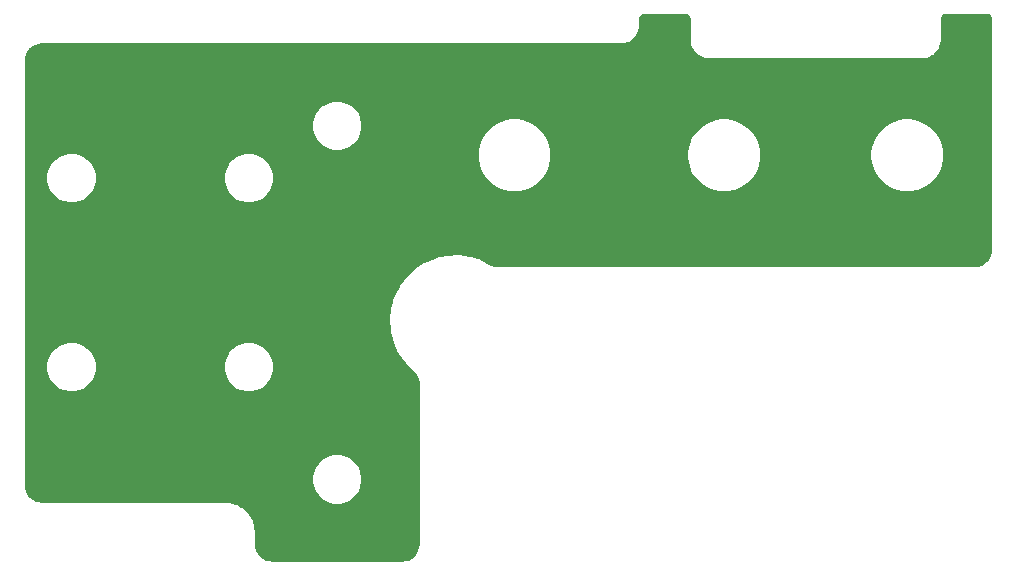
<source format=gtl>
G04 #@! TF.GenerationSoftware,KiCad,Pcbnew,5.1.9+dfsg1-1+deb11u1*
G04 #@! TF.CreationDate,2023-07-28T22:25:36+09:00*
G04 #@! TF.ProjectId,y-carrier-rf,792d6361-7272-4696-9572-2d72662e6b69,rev?*
G04 #@! TF.SameCoordinates,Original*
G04 #@! TF.FileFunction,Copper,L1,Top*
G04 #@! TF.FilePolarity,Positive*
%FSLAX46Y46*%
G04 Gerber Fmt 4.6, Leading zero omitted, Abs format (unit mm)*
G04 Created by KiCad (PCBNEW 5.1.9+dfsg1-1+deb11u1) date 2023-07-28 22:25:36*
%MOMM*%
%LPD*%
G01*
G04 APERTURE LIST*
G04 #@! TA.AperFunction,NonConductor*
%ADD10C,0.254000*%
G04 #@! TD*
G04 #@! TA.AperFunction,NonConductor*
%ADD11C,0.100000*%
G04 #@! TD*
G04 APERTURE END LIST*
D10*
X170015424Y-81219580D02*
X170078356Y-81238580D01*
X170136405Y-81269445D01*
X170187343Y-81310989D01*
X170229248Y-81361644D01*
X170260515Y-81419471D01*
X170279956Y-81482272D01*
X170290000Y-81577836D01*
X170290001Y-83332419D01*
X170292783Y-83360664D01*
X170292740Y-83366801D01*
X170293640Y-83375972D01*
X170314041Y-83570069D01*
X170326068Y-83628658D01*
X170337277Y-83687423D01*
X170339941Y-83696245D01*
X170397653Y-83882683D01*
X170420838Y-83937838D01*
X170443242Y-83993291D01*
X170447568Y-84001427D01*
X170540393Y-84173104D01*
X170573846Y-84222699D01*
X170606600Y-84272753D01*
X170612424Y-84279894D01*
X170736828Y-84430272D01*
X170779263Y-84472411D01*
X170821126Y-84515161D01*
X170828227Y-84521034D01*
X170979469Y-84644384D01*
X171029277Y-84677477D01*
X171078651Y-84711284D01*
X171086757Y-84715667D01*
X171259080Y-84807292D01*
X171314392Y-84830090D01*
X171369366Y-84853652D01*
X171378169Y-84856377D01*
X171565006Y-84912786D01*
X171623686Y-84924405D01*
X171682196Y-84936842D01*
X171691361Y-84937805D01*
X171885594Y-84956850D01*
X171885598Y-84956850D01*
X171917581Y-84960000D01*
X190082419Y-84960000D01*
X190110674Y-84957217D01*
X190116801Y-84957260D01*
X190125972Y-84956360D01*
X190320069Y-84935959D01*
X190378658Y-84923932D01*
X190437423Y-84912723D01*
X190446245Y-84910059D01*
X190632683Y-84852347D01*
X190687838Y-84829162D01*
X190743291Y-84806758D01*
X190751427Y-84802432D01*
X190923104Y-84709607D01*
X190972699Y-84676154D01*
X191022753Y-84643400D01*
X191029894Y-84637576D01*
X191180272Y-84513172D01*
X191222411Y-84470737D01*
X191265161Y-84428874D01*
X191271034Y-84421773D01*
X191394384Y-84270531D01*
X191427477Y-84220723D01*
X191461284Y-84171349D01*
X191465667Y-84163243D01*
X191557292Y-83990920D01*
X191580090Y-83935608D01*
X191603652Y-83880634D01*
X191606377Y-83871831D01*
X191662786Y-83684994D01*
X191674405Y-83626314D01*
X191686842Y-83567804D01*
X191687805Y-83558639D01*
X191706850Y-83364406D01*
X191706850Y-83364402D01*
X191710000Y-83332419D01*
X191710000Y-81582279D01*
X191719580Y-81484576D01*
X191738580Y-81421644D01*
X191769445Y-81363595D01*
X191810989Y-81312657D01*
X191861644Y-81270752D01*
X191919471Y-81239485D01*
X191982272Y-81220044D01*
X192077835Y-81210000D01*
X195467721Y-81210000D01*
X195565424Y-81219580D01*
X195628356Y-81238580D01*
X195686405Y-81269445D01*
X195737343Y-81310989D01*
X195779248Y-81361644D01*
X195810515Y-81419471D01*
X195829956Y-81482272D01*
X195840000Y-81577835D01*
X195840001Y-101017711D01*
X195811375Y-101309660D01*
X195735965Y-101559429D01*
X195613477Y-101789794D01*
X195448579Y-101991979D01*
X195247546Y-102158288D01*
X195018046Y-102282378D01*
X194768805Y-102359531D01*
X194478911Y-102390000D01*
X154137879Y-102390000D01*
X153845940Y-102361375D01*
X153588951Y-102283785D01*
X153371999Y-102174663D01*
X153371938Y-102174639D01*
X152770809Y-101866975D01*
X152757971Y-101861787D01*
X152745955Y-101854904D01*
X152675211Y-101827173D01*
X151830281Y-101550925D01*
X151810047Y-101546252D01*
X151790487Y-101539285D01*
X151715950Y-101524520D01*
X150835454Y-101402263D01*
X150814717Y-101401247D01*
X150794228Y-101397853D01*
X150718255Y-101396520D01*
X150718254Y-101396520D01*
X149830025Y-101432117D01*
X149809431Y-101434790D01*
X149788669Y-101435078D01*
X149713660Y-101447220D01*
X148845772Y-101639547D01*
X148825976Y-101645825D01*
X148805594Y-101649785D01*
X148733921Y-101675018D01*
X147913807Y-102017995D01*
X147895441Y-102027676D01*
X147876077Y-102035185D01*
X147810005Y-102072712D01*
X147063589Y-102555498D01*
X147047226Y-102568280D01*
X147029500Y-102579098D01*
X146971117Y-102627732D01*
X146321992Y-103235067D01*
X146308152Y-103250544D01*
X146292621Y-103264330D01*
X146243774Y-103322534D01*
X145712457Y-104035220D01*
X145701577Y-104052901D01*
X145688731Y-104069223D01*
X145650963Y-104135157D01*
X145254249Y-104930668D01*
X145246673Y-104949996D01*
X145236920Y-104968334D01*
X145211425Y-105039914D01*
X144961854Y-105893106D01*
X144957820Y-105913470D01*
X144951469Y-105933245D01*
X144939052Y-106008209D01*
X144844512Y-106892110D01*
X144844148Y-106912875D01*
X144841400Y-106933455D01*
X144842454Y-107009433D01*
X144905934Y-107896107D01*
X144909252Y-107916602D01*
X144910192Y-107937350D01*
X144924684Y-108011940D01*
X145144177Y-108873358D01*
X145151074Y-108892948D01*
X145155672Y-108913194D01*
X145183144Y-108984039D01*
X145551712Y-109792975D01*
X145561967Y-109811031D01*
X145570079Y-109830146D01*
X145609662Y-109895007D01*
X146115655Y-110625890D01*
X146128943Y-110641842D01*
X146140315Y-110659223D01*
X146190758Y-110716049D01*
X146816161Y-111343748D01*
X147041920Y-111574327D01*
X147184763Y-111792657D01*
X147282478Y-112034573D01*
X147334606Y-112307971D01*
X147340000Y-112426865D01*
X147340001Y-125967711D01*
X147311375Y-126259660D01*
X147235965Y-126509429D01*
X147113477Y-126739794D01*
X146948579Y-126941979D01*
X146747546Y-127108288D01*
X146518046Y-127232378D01*
X146268805Y-127309531D01*
X145978911Y-127340000D01*
X135032279Y-127340000D01*
X134740340Y-127311375D01*
X134490571Y-127235965D01*
X134260206Y-127113477D01*
X134058021Y-126948579D01*
X133891712Y-126747546D01*
X133767622Y-126518046D01*
X133690469Y-126268805D01*
X133660000Y-125978911D01*
X133660000Y-124967581D01*
X133657148Y-124938627D01*
X133657235Y-124926219D01*
X133656335Y-124917047D01*
X133615534Y-124528855D01*
X133603514Y-124470299D01*
X133592298Y-124411498D01*
X133589634Y-124402677D01*
X133474210Y-124029802D01*
X133451025Y-123974647D01*
X133428621Y-123919194D01*
X133424294Y-123911058D01*
X133424294Y-123911057D01*
X133424291Y-123911053D01*
X133238643Y-123567702D01*
X133205187Y-123518101D01*
X133172437Y-123468054D01*
X133166613Y-123460913D01*
X132917806Y-123160158D01*
X132875371Y-123118019D01*
X132833508Y-123075269D01*
X132826407Y-123069396D01*
X132523923Y-122822695D01*
X132474107Y-122789598D01*
X132424741Y-122755795D01*
X132416635Y-122751413D01*
X132071993Y-122568163D01*
X132016687Y-122545368D01*
X131961704Y-122521802D01*
X131952901Y-122519077D01*
X131579230Y-122406259D01*
X131520542Y-122394639D01*
X131462039Y-122382203D01*
X131452874Y-122381240D01*
X131064405Y-122343150D01*
X131064402Y-122343150D01*
X131032419Y-122340000D01*
X115532279Y-122340000D01*
X115240340Y-122311375D01*
X114990571Y-122235965D01*
X114760206Y-122113477D01*
X114558021Y-121948579D01*
X114391712Y-121747546D01*
X114267622Y-121518046D01*
X114190469Y-121268805D01*
X114160000Y-120978911D01*
X114160000Y-120286323D01*
X138330497Y-120286323D01*
X138330497Y-120713677D01*
X138413870Y-121132821D01*
X138577412Y-121527645D01*
X138814837Y-121882977D01*
X139117023Y-122185163D01*
X139472355Y-122422588D01*
X139867179Y-122586130D01*
X140286323Y-122669503D01*
X140713677Y-122669503D01*
X141132821Y-122586130D01*
X141527645Y-122422588D01*
X141882977Y-122185163D01*
X142185163Y-121882977D01*
X142422588Y-121527645D01*
X142586130Y-121132821D01*
X142669503Y-120713677D01*
X142669503Y-120286323D01*
X142586130Y-119867179D01*
X142422588Y-119472355D01*
X142185163Y-119117023D01*
X141882977Y-118814837D01*
X141527645Y-118577412D01*
X141132821Y-118413870D01*
X140713677Y-118330497D01*
X140286323Y-118330497D01*
X139867179Y-118413870D01*
X139472355Y-118577412D01*
X139117023Y-118814837D01*
X138814837Y-119117023D01*
X138577412Y-119472355D01*
X138413870Y-119867179D01*
X138330497Y-120286323D01*
X114160000Y-120286323D01*
X114160000Y-110786323D01*
X115830497Y-110786323D01*
X115830497Y-111213677D01*
X115913870Y-111632821D01*
X116077412Y-112027645D01*
X116314837Y-112382977D01*
X116617023Y-112685163D01*
X116972355Y-112922588D01*
X117367179Y-113086130D01*
X117786323Y-113169503D01*
X118213677Y-113169503D01*
X118632821Y-113086130D01*
X119027645Y-112922588D01*
X119382977Y-112685163D01*
X119685163Y-112382977D01*
X119922588Y-112027645D01*
X120086130Y-111632821D01*
X120169503Y-111213677D01*
X120169503Y-110786323D01*
X130830497Y-110786323D01*
X130830497Y-111213677D01*
X130913870Y-111632821D01*
X131077412Y-112027645D01*
X131314837Y-112382977D01*
X131617023Y-112685163D01*
X131972355Y-112922588D01*
X132367179Y-113086130D01*
X132786323Y-113169503D01*
X133213677Y-113169503D01*
X133632821Y-113086130D01*
X134027645Y-112922588D01*
X134382977Y-112685163D01*
X134685163Y-112382977D01*
X134922588Y-112027645D01*
X135086130Y-111632821D01*
X135169503Y-111213677D01*
X135169503Y-110786323D01*
X135086130Y-110367179D01*
X134922588Y-109972355D01*
X134685163Y-109617023D01*
X134382977Y-109314837D01*
X134027645Y-109077412D01*
X133632821Y-108913870D01*
X133213677Y-108830497D01*
X132786323Y-108830497D01*
X132367179Y-108913870D01*
X131972355Y-109077412D01*
X131617023Y-109314837D01*
X131314837Y-109617023D01*
X131077412Y-109972355D01*
X130913870Y-110367179D01*
X130830497Y-110786323D01*
X120169503Y-110786323D01*
X120086130Y-110367179D01*
X119922588Y-109972355D01*
X119685163Y-109617023D01*
X119382977Y-109314837D01*
X119027645Y-109077412D01*
X118632821Y-108913870D01*
X118213677Y-108830497D01*
X117786323Y-108830497D01*
X117367179Y-108913870D01*
X116972355Y-109077412D01*
X116617023Y-109314837D01*
X116314837Y-109617023D01*
X116077412Y-109972355D01*
X115913870Y-110367179D01*
X115830497Y-110786323D01*
X114160000Y-110786323D01*
X114160000Y-94786323D01*
X115830497Y-94786323D01*
X115830497Y-95213677D01*
X115913870Y-95632821D01*
X116077412Y-96027645D01*
X116314837Y-96382977D01*
X116617023Y-96685163D01*
X116972355Y-96922588D01*
X117367179Y-97086130D01*
X117786323Y-97169503D01*
X118213677Y-97169503D01*
X118632821Y-97086130D01*
X119027645Y-96922588D01*
X119382977Y-96685163D01*
X119685163Y-96382977D01*
X119922588Y-96027645D01*
X120086130Y-95632821D01*
X120169503Y-95213677D01*
X120169503Y-94786323D01*
X130830497Y-94786323D01*
X130830497Y-95213677D01*
X130913870Y-95632821D01*
X131077412Y-96027645D01*
X131314837Y-96382977D01*
X131617023Y-96685163D01*
X131972355Y-96922588D01*
X132367179Y-97086130D01*
X132786323Y-97169503D01*
X133213677Y-97169503D01*
X133632821Y-97086130D01*
X134027645Y-96922588D01*
X134382977Y-96685163D01*
X134685163Y-96382977D01*
X134922588Y-96027645D01*
X135086130Y-95632821D01*
X135169503Y-95213677D01*
X135169503Y-94786323D01*
X135086130Y-94367179D01*
X134922588Y-93972355D01*
X134685163Y-93617023D01*
X134382977Y-93314837D01*
X134027645Y-93077412D01*
X133632821Y-92913870D01*
X133213677Y-92830497D01*
X132786323Y-92830497D01*
X132367179Y-92913870D01*
X131972355Y-93077412D01*
X131617023Y-93314837D01*
X131314837Y-93617023D01*
X131077412Y-93972355D01*
X130913870Y-94367179D01*
X130830497Y-94786323D01*
X120169503Y-94786323D01*
X120086130Y-94367179D01*
X119922588Y-93972355D01*
X119685163Y-93617023D01*
X119382977Y-93314837D01*
X119027645Y-93077412D01*
X118632821Y-92913870D01*
X118213677Y-92830497D01*
X117786323Y-92830497D01*
X117367179Y-92913870D01*
X116972355Y-93077412D01*
X116617023Y-93314837D01*
X116314837Y-93617023D01*
X116077412Y-93972355D01*
X115913870Y-94367179D01*
X115830497Y-94786323D01*
X114160000Y-94786323D01*
X114160000Y-92738305D01*
X152335313Y-92738305D01*
X152335313Y-93361695D01*
X152456930Y-93973105D01*
X152695490Y-94549042D01*
X153041827Y-95067371D01*
X153482629Y-95508173D01*
X154000958Y-95854510D01*
X154576895Y-96093070D01*
X155188305Y-96214687D01*
X155811695Y-96214687D01*
X156423105Y-96093070D01*
X156999042Y-95854510D01*
X157517371Y-95508173D01*
X157958173Y-95067371D01*
X158304510Y-94549042D01*
X158543070Y-93973105D01*
X158664687Y-93361695D01*
X158664687Y-92738305D01*
X170085313Y-92738305D01*
X170085313Y-93361695D01*
X170206930Y-93973105D01*
X170445490Y-94549042D01*
X170791827Y-95067371D01*
X171232629Y-95508173D01*
X171750958Y-95854510D01*
X172326895Y-96093070D01*
X172938305Y-96214687D01*
X173561695Y-96214687D01*
X174173105Y-96093070D01*
X174749042Y-95854510D01*
X175267371Y-95508173D01*
X175708173Y-95067371D01*
X176054510Y-94549042D01*
X176293070Y-93973105D01*
X176414687Y-93361695D01*
X176414687Y-92738305D01*
X185585313Y-92738305D01*
X185585313Y-93361695D01*
X185706930Y-93973105D01*
X185945490Y-94549042D01*
X186291827Y-95067371D01*
X186732629Y-95508173D01*
X187250958Y-95854510D01*
X187826895Y-96093070D01*
X188438305Y-96214687D01*
X189061695Y-96214687D01*
X189673105Y-96093070D01*
X190249042Y-95854510D01*
X190767371Y-95508173D01*
X191208173Y-95067371D01*
X191554510Y-94549042D01*
X191793070Y-93973105D01*
X191914687Y-93361695D01*
X191914687Y-92738305D01*
X191793070Y-92126895D01*
X191554510Y-91550958D01*
X191208173Y-91032629D01*
X190767371Y-90591827D01*
X190249042Y-90245490D01*
X189673105Y-90006930D01*
X189061695Y-89885313D01*
X188438305Y-89885313D01*
X187826895Y-90006930D01*
X187250958Y-90245490D01*
X186732629Y-90591827D01*
X186291827Y-91032629D01*
X185945490Y-91550958D01*
X185706930Y-92126895D01*
X185585313Y-92738305D01*
X176414687Y-92738305D01*
X176293070Y-92126895D01*
X176054510Y-91550958D01*
X175708173Y-91032629D01*
X175267371Y-90591827D01*
X174749042Y-90245490D01*
X174173105Y-90006930D01*
X173561695Y-89885313D01*
X172938305Y-89885313D01*
X172326895Y-90006930D01*
X171750958Y-90245490D01*
X171232629Y-90591827D01*
X170791827Y-91032629D01*
X170445490Y-91550958D01*
X170206930Y-92126895D01*
X170085313Y-92738305D01*
X158664687Y-92738305D01*
X158543070Y-92126895D01*
X158304510Y-91550958D01*
X157958173Y-91032629D01*
X157517371Y-90591827D01*
X156999042Y-90245490D01*
X156423105Y-90006930D01*
X155811695Y-89885313D01*
X155188305Y-89885313D01*
X154576895Y-90006930D01*
X154000958Y-90245490D01*
X153482629Y-90591827D01*
X153041827Y-91032629D01*
X152695490Y-91550958D01*
X152456930Y-92126895D01*
X152335313Y-92738305D01*
X114160000Y-92738305D01*
X114160000Y-90336323D01*
X138330497Y-90336323D01*
X138330497Y-90763677D01*
X138413870Y-91182821D01*
X138577412Y-91577645D01*
X138814837Y-91932977D01*
X139117023Y-92235163D01*
X139472355Y-92472588D01*
X139867179Y-92636130D01*
X140286323Y-92719503D01*
X140713677Y-92719503D01*
X141132821Y-92636130D01*
X141527645Y-92472588D01*
X141882977Y-92235163D01*
X142185163Y-91932977D01*
X142422588Y-91577645D01*
X142586130Y-91182821D01*
X142669503Y-90763677D01*
X142669503Y-90336323D01*
X142586130Y-89917179D01*
X142422588Y-89522355D01*
X142185163Y-89167023D01*
X141882977Y-88864837D01*
X141527645Y-88627412D01*
X141132821Y-88463870D01*
X140713677Y-88380497D01*
X140286323Y-88380497D01*
X139867179Y-88463870D01*
X139472355Y-88627412D01*
X139117023Y-88864837D01*
X138814837Y-89167023D01*
X138577412Y-89522355D01*
X138413870Y-89917179D01*
X138330497Y-90336323D01*
X114160000Y-90336323D01*
X114160000Y-85082279D01*
X114188625Y-84790341D01*
X114264035Y-84540571D01*
X114386522Y-84310208D01*
X114551422Y-84108020D01*
X114752450Y-83941714D01*
X114981954Y-83817622D01*
X115231195Y-83740469D01*
X115521088Y-83710000D01*
X164532419Y-83710000D01*
X164560674Y-83707217D01*
X164566801Y-83707260D01*
X164575972Y-83706360D01*
X164770069Y-83685959D01*
X164828658Y-83673932D01*
X164887423Y-83662723D01*
X164896245Y-83660059D01*
X165082683Y-83602347D01*
X165137838Y-83579162D01*
X165193291Y-83556758D01*
X165201427Y-83552432D01*
X165373104Y-83459607D01*
X165422699Y-83426154D01*
X165472753Y-83393400D01*
X165479894Y-83387576D01*
X165630272Y-83263172D01*
X165672411Y-83220737D01*
X165715161Y-83178874D01*
X165721034Y-83171773D01*
X165844384Y-83020531D01*
X165877477Y-82970723D01*
X165911284Y-82921349D01*
X165915667Y-82913243D01*
X166007292Y-82740920D01*
X166030090Y-82685608D01*
X166053652Y-82630634D01*
X166056377Y-82621831D01*
X166112786Y-82434994D01*
X166124405Y-82376314D01*
X166136842Y-82317804D01*
X166137805Y-82308639D01*
X166156850Y-82114406D01*
X166156850Y-82114402D01*
X166160000Y-82082419D01*
X166160000Y-81582279D01*
X166169580Y-81484576D01*
X166188580Y-81421644D01*
X166219445Y-81363595D01*
X166260989Y-81312657D01*
X166311644Y-81270752D01*
X166369471Y-81239485D01*
X166432272Y-81220044D01*
X166527835Y-81210000D01*
X169917721Y-81210000D01*
X170015424Y-81219580D01*
G04 #@! TA.AperFunction,NonConductor*
D11*
G36*
X170015424Y-81219580D02*
G01*
X170078356Y-81238580D01*
X170136405Y-81269445D01*
X170187343Y-81310989D01*
X170229248Y-81361644D01*
X170260515Y-81419471D01*
X170279956Y-81482272D01*
X170290000Y-81577836D01*
X170290001Y-83332419D01*
X170292783Y-83360664D01*
X170292740Y-83366801D01*
X170293640Y-83375972D01*
X170314041Y-83570069D01*
X170326068Y-83628658D01*
X170337277Y-83687423D01*
X170339941Y-83696245D01*
X170397653Y-83882683D01*
X170420838Y-83937838D01*
X170443242Y-83993291D01*
X170447568Y-84001427D01*
X170540393Y-84173104D01*
X170573846Y-84222699D01*
X170606600Y-84272753D01*
X170612424Y-84279894D01*
X170736828Y-84430272D01*
X170779263Y-84472411D01*
X170821126Y-84515161D01*
X170828227Y-84521034D01*
X170979469Y-84644384D01*
X171029277Y-84677477D01*
X171078651Y-84711284D01*
X171086757Y-84715667D01*
X171259080Y-84807292D01*
X171314392Y-84830090D01*
X171369366Y-84853652D01*
X171378169Y-84856377D01*
X171565006Y-84912786D01*
X171623686Y-84924405D01*
X171682196Y-84936842D01*
X171691361Y-84937805D01*
X171885594Y-84956850D01*
X171885598Y-84956850D01*
X171917581Y-84960000D01*
X190082419Y-84960000D01*
X190110674Y-84957217D01*
X190116801Y-84957260D01*
X190125972Y-84956360D01*
X190320069Y-84935959D01*
X190378658Y-84923932D01*
X190437423Y-84912723D01*
X190446245Y-84910059D01*
X190632683Y-84852347D01*
X190687838Y-84829162D01*
X190743291Y-84806758D01*
X190751427Y-84802432D01*
X190923104Y-84709607D01*
X190972699Y-84676154D01*
X191022753Y-84643400D01*
X191029894Y-84637576D01*
X191180272Y-84513172D01*
X191222411Y-84470737D01*
X191265161Y-84428874D01*
X191271034Y-84421773D01*
X191394384Y-84270531D01*
X191427477Y-84220723D01*
X191461284Y-84171349D01*
X191465667Y-84163243D01*
X191557292Y-83990920D01*
X191580090Y-83935608D01*
X191603652Y-83880634D01*
X191606377Y-83871831D01*
X191662786Y-83684994D01*
X191674405Y-83626314D01*
X191686842Y-83567804D01*
X191687805Y-83558639D01*
X191706850Y-83364406D01*
X191706850Y-83364402D01*
X191710000Y-83332419D01*
X191710000Y-81582279D01*
X191719580Y-81484576D01*
X191738580Y-81421644D01*
X191769445Y-81363595D01*
X191810989Y-81312657D01*
X191861644Y-81270752D01*
X191919471Y-81239485D01*
X191982272Y-81220044D01*
X192077835Y-81210000D01*
X195467721Y-81210000D01*
X195565424Y-81219580D01*
X195628356Y-81238580D01*
X195686405Y-81269445D01*
X195737343Y-81310989D01*
X195779248Y-81361644D01*
X195810515Y-81419471D01*
X195829956Y-81482272D01*
X195840000Y-81577835D01*
X195840001Y-101017711D01*
X195811375Y-101309660D01*
X195735965Y-101559429D01*
X195613477Y-101789794D01*
X195448579Y-101991979D01*
X195247546Y-102158288D01*
X195018046Y-102282378D01*
X194768805Y-102359531D01*
X194478911Y-102390000D01*
X154137879Y-102390000D01*
X153845940Y-102361375D01*
X153588951Y-102283785D01*
X153371999Y-102174663D01*
X153371938Y-102174639D01*
X152770809Y-101866975D01*
X152757971Y-101861787D01*
X152745955Y-101854904D01*
X152675211Y-101827173D01*
X151830281Y-101550925D01*
X151810047Y-101546252D01*
X151790487Y-101539285D01*
X151715950Y-101524520D01*
X150835454Y-101402263D01*
X150814717Y-101401247D01*
X150794228Y-101397853D01*
X150718255Y-101396520D01*
X150718254Y-101396520D01*
X149830025Y-101432117D01*
X149809431Y-101434790D01*
X149788669Y-101435078D01*
X149713660Y-101447220D01*
X148845772Y-101639547D01*
X148825976Y-101645825D01*
X148805594Y-101649785D01*
X148733921Y-101675018D01*
X147913807Y-102017995D01*
X147895441Y-102027676D01*
X147876077Y-102035185D01*
X147810005Y-102072712D01*
X147063589Y-102555498D01*
X147047226Y-102568280D01*
X147029500Y-102579098D01*
X146971117Y-102627732D01*
X146321992Y-103235067D01*
X146308152Y-103250544D01*
X146292621Y-103264330D01*
X146243774Y-103322534D01*
X145712457Y-104035220D01*
X145701577Y-104052901D01*
X145688731Y-104069223D01*
X145650963Y-104135157D01*
X145254249Y-104930668D01*
X145246673Y-104949996D01*
X145236920Y-104968334D01*
X145211425Y-105039914D01*
X144961854Y-105893106D01*
X144957820Y-105913470D01*
X144951469Y-105933245D01*
X144939052Y-106008209D01*
X144844512Y-106892110D01*
X144844148Y-106912875D01*
X144841400Y-106933455D01*
X144842454Y-107009433D01*
X144905934Y-107896107D01*
X144909252Y-107916602D01*
X144910192Y-107937350D01*
X144924684Y-108011940D01*
X145144177Y-108873358D01*
X145151074Y-108892948D01*
X145155672Y-108913194D01*
X145183144Y-108984039D01*
X145551712Y-109792975D01*
X145561967Y-109811031D01*
X145570079Y-109830146D01*
X145609662Y-109895007D01*
X146115655Y-110625890D01*
X146128943Y-110641842D01*
X146140315Y-110659223D01*
X146190758Y-110716049D01*
X146816161Y-111343748D01*
X147041920Y-111574327D01*
X147184763Y-111792657D01*
X147282478Y-112034573D01*
X147334606Y-112307971D01*
X147340000Y-112426865D01*
X147340001Y-125967711D01*
X147311375Y-126259660D01*
X147235965Y-126509429D01*
X147113477Y-126739794D01*
X146948579Y-126941979D01*
X146747546Y-127108288D01*
X146518046Y-127232378D01*
X146268805Y-127309531D01*
X145978911Y-127340000D01*
X135032279Y-127340000D01*
X134740340Y-127311375D01*
X134490571Y-127235965D01*
X134260206Y-127113477D01*
X134058021Y-126948579D01*
X133891712Y-126747546D01*
X133767622Y-126518046D01*
X133690469Y-126268805D01*
X133660000Y-125978911D01*
X133660000Y-124967581D01*
X133657148Y-124938627D01*
X133657235Y-124926219D01*
X133656335Y-124917047D01*
X133615534Y-124528855D01*
X133603514Y-124470299D01*
X133592298Y-124411498D01*
X133589634Y-124402677D01*
X133474210Y-124029802D01*
X133451025Y-123974647D01*
X133428621Y-123919194D01*
X133424294Y-123911058D01*
X133424294Y-123911057D01*
X133424291Y-123911053D01*
X133238643Y-123567702D01*
X133205187Y-123518101D01*
X133172437Y-123468054D01*
X133166613Y-123460913D01*
X132917806Y-123160158D01*
X132875371Y-123118019D01*
X132833508Y-123075269D01*
X132826407Y-123069396D01*
X132523923Y-122822695D01*
X132474107Y-122789598D01*
X132424741Y-122755795D01*
X132416635Y-122751413D01*
X132071993Y-122568163D01*
X132016687Y-122545368D01*
X131961704Y-122521802D01*
X131952901Y-122519077D01*
X131579230Y-122406259D01*
X131520542Y-122394639D01*
X131462039Y-122382203D01*
X131452874Y-122381240D01*
X131064405Y-122343150D01*
X131064402Y-122343150D01*
X131032419Y-122340000D01*
X115532279Y-122340000D01*
X115240340Y-122311375D01*
X114990571Y-122235965D01*
X114760206Y-122113477D01*
X114558021Y-121948579D01*
X114391712Y-121747546D01*
X114267622Y-121518046D01*
X114190469Y-121268805D01*
X114160000Y-120978911D01*
X114160000Y-120286323D01*
X138330497Y-120286323D01*
X138330497Y-120713677D01*
X138413870Y-121132821D01*
X138577412Y-121527645D01*
X138814837Y-121882977D01*
X139117023Y-122185163D01*
X139472355Y-122422588D01*
X139867179Y-122586130D01*
X140286323Y-122669503D01*
X140713677Y-122669503D01*
X141132821Y-122586130D01*
X141527645Y-122422588D01*
X141882977Y-122185163D01*
X142185163Y-121882977D01*
X142422588Y-121527645D01*
X142586130Y-121132821D01*
X142669503Y-120713677D01*
X142669503Y-120286323D01*
X142586130Y-119867179D01*
X142422588Y-119472355D01*
X142185163Y-119117023D01*
X141882977Y-118814837D01*
X141527645Y-118577412D01*
X141132821Y-118413870D01*
X140713677Y-118330497D01*
X140286323Y-118330497D01*
X139867179Y-118413870D01*
X139472355Y-118577412D01*
X139117023Y-118814837D01*
X138814837Y-119117023D01*
X138577412Y-119472355D01*
X138413870Y-119867179D01*
X138330497Y-120286323D01*
X114160000Y-120286323D01*
X114160000Y-110786323D01*
X115830497Y-110786323D01*
X115830497Y-111213677D01*
X115913870Y-111632821D01*
X116077412Y-112027645D01*
X116314837Y-112382977D01*
X116617023Y-112685163D01*
X116972355Y-112922588D01*
X117367179Y-113086130D01*
X117786323Y-113169503D01*
X118213677Y-113169503D01*
X118632821Y-113086130D01*
X119027645Y-112922588D01*
X119382977Y-112685163D01*
X119685163Y-112382977D01*
X119922588Y-112027645D01*
X120086130Y-111632821D01*
X120169503Y-111213677D01*
X120169503Y-110786323D01*
X130830497Y-110786323D01*
X130830497Y-111213677D01*
X130913870Y-111632821D01*
X131077412Y-112027645D01*
X131314837Y-112382977D01*
X131617023Y-112685163D01*
X131972355Y-112922588D01*
X132367179Y-113086130D01*
X132786323Y-113169503D01*
X133213677Y-113169503D01*
X133632821Y-113086130D01*
X134027645Y-112922588D01*
X134382977Y-112685163D01*
X134685163Y-112382977D01*
X134922588Y-112027645D01*
X135086130Y-111632821D01*
X135169503Y-111213677D01*
X135169503Y-110786323D01*
X135086130Y-110367179D01*
X134922588Y-109972355D01*
X134685163Y-109617023D01*
X134382977Y-109314837D01*
X134027645Y-109077412D01*
X133632821Y-108913870D01*
X133213677Y-108830497D01*
X132786323Y-108830497D01*
X132367179Y-108913870D01*
X131972355Y-109077412D01*
X131617023Y-109314837D01*
X131314837Y-109617023D01*
X131077412Y-109972355D01*
X130913870Y-110367179D01*
X130830497Y-110786323D01*
X120169503Y-110786323D01*
X120086130Y-110367179D01*
X119922588Y-109972355D01*
X119685163Y-109617023D01*
X119382977Y-109314837D01*
X119027645Y-109077412D01*
X118632821Y-108913870D01*
X118213677Y-108830497D01*
X117786323Y-108830497D01*
X117367179Y-108913870D01*
X116972355Y-109077412D01*
X116617023Y-109314837D01*
X116314837Y-109617023D01*
X116077412Y-109972355D01*
X115913870Y-110367179D01*
X115830497Y-110786323D01*
X114160000Y-110786323D01*
X114160000Y-94786323D01*
X115830497Y-94786323D01*
X115830497Y-95213677D01*
X115913870Y-95632821D01*
X116077412Y-96027645D01*
X116314837Y-96382977D01*
X116617023Y-96685163D01*
X116972355Y-96922588D01*
X117367179Y-97086130D01*
X117786323Y-97169503D01*
X118213677Y-97169503D01*
X118632821Y-97086130D01*
X119027645Y-96922588D01*
X119382977Y-96685163D01*
X119685163Y-96382977D01*
X119922588Y-96027645D01*
X120086130Y-95632821D01*
X120169503Y-95213677D01*
X120169503Y-94786323D01*
X130830497Y-94786323D01*
X130830497Y-95213677D01*
X130913870Y-95632821D01*
X131077412Y-96027645D01*
X131314837Y-96382977D01*
X131617023Y-96685163D01*
X131972355Y-96922588D01*
X132367179Y-97086130D01*
X132786323Y-97169503D01*
X133213677Y-97169503D01*
X133632821Y-97086130D01*
X134027645Y-96922588D01*
X134382977Y-96685163D01*
X134685163Y-96382977D01*
X134922588Y-96027645D01*
X135086130Y-95632821D01*
X135169503Y-95213677D01*
X135169503Y-94786323D01*
X135086130Y-94367179D01*
X134922588Y-93972355D01*
X134685163Y-93617023D01*
X134382977Y-93314837D01*
X134027645Y-93077412D01*
X133632821Y-92913870D01*
X133213677Y-92830497D01*
X132786323Y-92830497D01*
X132367179Y-92913870D01*
X131972355Y-93077412D01*
X131617023Y-93314837D01*
X131314837Y-93617023D01*
X131077412Y-93972355D01*
X130913870Y-94367179D01*
X130830497Y-94786323D01*
X120169503Y-94786323D01*
X120086130Y-94367179D01*
X119922588Y-93972355D01*
X119685163Y-93617023D01*
X119382977Y-93314837D01*
X119027645Y-93077412D01*
X118632821Y-92913870D01*
X118213677Y-92830497D01*
X117786323Y-92830497D01*
X117367179Y-92913870D01*
X116972355Y-93077412D01*
X116617023Y-93314837D01*
X116314837Y-93617023D01*
X116077412Y-93972355D01*
X115913870Y-94367179D01*
X115830497Y-94786323D01*
X114160000Y-94786323D01*
X114160000Y-92738305D01*
X152335313Y-92738305D01*
X152335313Y-93361695D01*
X152456930Y-93973105D01*
X152695490Y-94549042D01*
X153041827Y-95067371D01*
X153482629Y-95508173D01*
X154000958Y-95854510D01*
X154576895Y-96093070D01*
X155188305Y-96214687D01*
X155811695Y-96214687D01*
X156423105Y-96093070D01*
X156999042Y-95854510D01*
X157517371Y-95508173D01*
X157958173Y-95067371D01*
X158304510Y-94549042D01*
X158543070Y-93973105D01*
X158664687Y-93361695D01*
X158664687Y-92738305D01*
X170085313Y-92738305D01*
X170085313Y-93361695D01*
X170206930Y-93973105D01*
X170445490Y-94549042D01*
X170791827Y-95067371D01*
X171232629Y-95508173D01*
X171750958Y-95854510D01*
X172326895Y-96093070D01*
X172938305Y-96214687D01*
X173561695Y-96214687D01*
X174173105Y-96093070D01*
X174749042Y-95854510D01*
X175267371Y-95508173D01*
X175708173Y-95067371D01*
X176054510Y-94549042D01*
X176293070Y-93973105D01*
X176414687Y-93361695D01*
X176414687Y-92738305D01*
X185585313Y-92738305D01*
X185585313Y-93361695D01*
X185706930Y-93973105D01*
X185945490Y-94549042D01*
X186291827Y-95067371D01*
X186732629Y-95508173D01*
X187250958Y-95854510D01*
X187826895Y-96093070D01*
X188438305Y-96214687D01*
X189061695Y-96214687D01*
X189673105Y-96093070D01*
X190249042Y-95854510D01*
X190767371Y-95508173D01*
X191208173Y-95067371D01*
X191554510Y-94549042D01*
X191793070Y-93973105D01*
X191914687Y-93361695D01*
X191914687Y-92738305D01*
X191793070Y-92126895D01*
X191554510Y-91550958D01*
X191208173Y-91032629D01*
X190767371Y-90591827D01*
X190249042Y-90245490D01*
X189673105Y-90006930D01*
X189061695Y-89885313D01*
X188438305Y-89885313D01*
X187826895Y-90006930D01*
X187250958Y-90245490D01*
X186732629Y-90591827D01*
X186291827Y-91032629D01*
X185945490Y-91550958D01*
X185706930Y-92126895D01*
X185585313Y-92738305D01*
X176414687Y-92738305D01*
X176293070Y-92126895D01*
X176054510Y-91550958D01*
X175708173Y-91032629D01*
X175267371Y-90591827D01*
X174749042Y-90245490D01*
X174173105Y-90006930D01*
X173561695Y-89885313D01*
X172938305Y-89885313D01*
X172326895Y-90006930D01*
X171750958Y-90245490D01*
X171232629Y-90591827D01*
X170791827Y-91032629D01*
X170445490Y-91550958D01*
X170206930Y-92126895D01*
X170085313Y-92738305D01*
X158664687Y-92738305D01*
X158543070Y-92126895D01*
X158304510Y-91550958D01*
X157958173Y-91032629D01*
X157517371Y-90591827D01*
X156999042Y-90245490D01*
X156423105Y-90006930D01*
X155811695Y-89885313D01*
X155188305Y-89885313D01*
X154576895Y-90006930D01*
X154000958Y-90245490D01*
X153482629Y-90591827D01*
X153041827Y-91032629D01*
X152695490Y-91550958D01*
X152456930Y-92126895D01*
X152335313Y-92738305D01*
X114160000Y-92738305D01*
X114160000Y-90336323D01*
X138330497Y-90336323D01*
X138330497Y-90763677D01*
X138413870Y-91182821D01*
X138577412Y-91577645D01*
X138814837Y-91932977D01*
X139117023Y-92235163D01*
X139472355Y-92472588D01*
X139867179Y-92636130D01*
X140286323Y-92719503D01*
X140713677Y-92719503D01*
X141132821Y-92636130D01*
X141527645Y-92472588D01*
X141882977Y-92235163D01*
X142185163Y-91932977D01*
X142422588Y-91577645D01*
X142586130Y-91182821D01*
X142669503Y-90763677D01*
X142669503Y-90336323D01*
X142586130Y-89917179D01*
X142422588Y-89522355D01*
X142185163Y-89167023D01*
X141882977Y-88864837D01*
X141527645Y-88627412D01*
X141132821Y-88463870D01*
X140713677Y-88380497D01*
X140286323Y-88380497D01*
X139867179Y-88463870D01*
X139472355Y-88627412D01*
X139117023Y-88864837D01*
X138814837Y-89167023D01*
X138577412Y-89522355D01*
X138413870Y-89917179D01*
X138330497Y-90336323D01*
X114160000Y-90336323D01*
X114160000Y-85082279D01*
X114188625Y-84790341D01*
X114264035Y-84540571D01*
X114386522Y-84310208D01*
X114551422Y-84108020D01*
X114752450Y-83941714D01*
X114981954Y-83817622D01*
X115231195Y-83740469D01*
X115521088Y-83710000D01*
X164532419Y-83710000D01*
X164560674Y-83707217D01*
X164566801Y-83707260D01*
X164575972Y-83706360D01*
X164770069Y-83685959D01*
X164828658Y-83673932D01*
X164887423Y-83662723D01*
X164896245Y-83660059D01*
X165082683Y-83602347D01*
X165137838Y-83579162D01*
X165193291Y-83556758D01*
X165201427Y-83552432D01*
X165373104Y-83459607D01*
X165422699Y-83426154D01*
X165472753Y-83393400D01*
X165479894Y-83387576D01*
X165630272Y-83263172D01*
X165672411Y-83220737D01*
X165715161Y-83178874D01*
X165721034Y-83171773D01*
X165844384Y-83020531D01*
X165877477Y-82970723D01*
X165911284Y-82921349D01*
X165915667Y-82913243D01*
X166007292Y-82740920D01*
X166030090Y-82685608D01*
X166053652Y-82630634D01*
X166056377Y-82621831D01*
X166112786Y-82434994D01*
X166124405Y-82376314D01*
X166136842Y-82317804D01*
X166137805Y-82308639D01*
X166156850Y-82114406D01*
X166156850Y-82114402D01*
X166160000Y-82082419D01*
X166160000Y-81582279D01*
X166169580Y-81484576D01*
X166188580Y-81421644D01*
X166219445Y-81363595D01*
X166260989Y-81312657D01*
X166311644Y-81270752D01*
X166369471Y-81239485D01*
X166432272Y-81220044D01*
X166527835Y-81210000D01*
X169917721Y-81210000D01*
X170015424Y-81219580D01*
G37*
G04 #@! TD.AperFunction*
M02*

</source>
